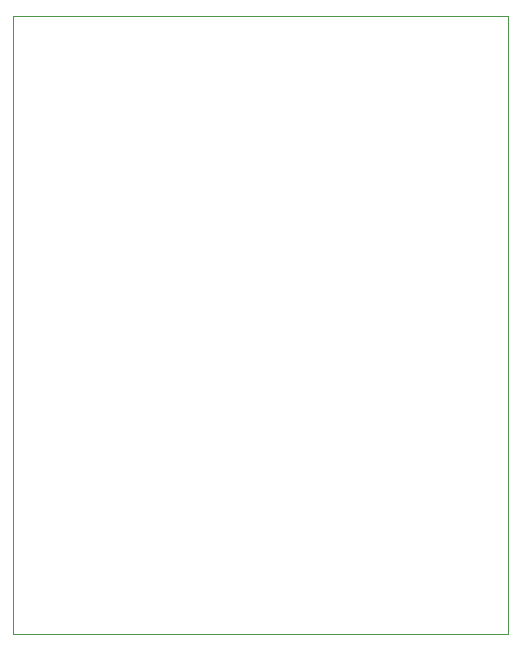
<source format=gbr>
%TF.GenerationSoftware,KiCad,Pcbnew,7.0.6-0*%
%TF.CreationDate,2023-10-04T12:05:51+01:00*%
%TF.ProjectId,NostrZapLamp,4e6f7374-725a-4617-904c-616d702e6b69,rev?*%
%TF.SameCoordinates,Original*%
%TF.FileFunction,Profile,NP*%
%FSLAX46Y46*%
G04 Gerber Fmt 4.6, Leading zero omitted, Abs format (unit mm)*
G04 Created by KiCad (PCBNEW 7.0.6-0) date 2023-10-04 12:05:51*
%MOMM*%
%LPD*%
G01*
G04 APERTURE LIST*
%TA.AperFunction,Profile*%
%ADD10C,0.100000*%
%TD*%
G04 APERTURE END LIST*
D10*
X108458000Y-69088000D02*
X150368000Y-69088000D01*
X150368000Y-121412000D01*
X108458000Y-121412000D01*
X108458000Y-69088000D01*
M02*

</source>
